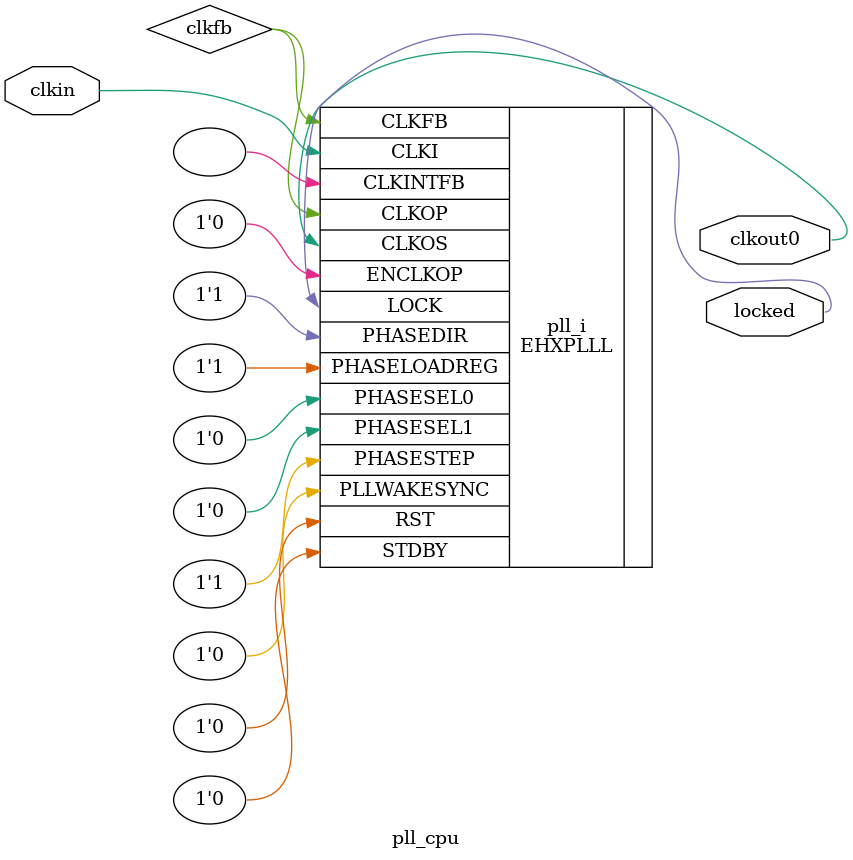
<source format=v>
module pll_cpu
(
    input clkin, // 25 MHz, 0 deg
    output clkout0, // 48 MHz, 0 deg
    output locked
);
wire clkfb;
(* FREQUENCY_PIN_CLKI="25" *)
(* FREQUENCY_PIN_CLKOS="48" *)
(* ICP_CURRENT="12" *) (* LPF_RESISTOR="8" *) (* MFG_ENABLE_FILTEROPAMP="1" *) (* MFG_GMCREF_SEL="2" *)
EHXPLLL #(
        .PLLRST_ENA("DISABLED"),
        .INTFB_WAKE("DISABLED"),
        .STDBY_ENABLE("DISABLED"),
        .DPHASE_SOURCE("DISABLED"),
        .OUTDIVIDER_MUXA("DIVA"),
        .OUTDIVIDER_MUXB("DIVB"),
        .OUTDIVIDER_MUXC("DIVC"),
        .OUTDIVIDER_MUXD("DIVD"),
        .CLKI_DIV(5),
        .CLKOP_ENABLE("ENABLED"),
        .CLKOP_DIV(48),
        .CLKOP_CPHASE(9),
        .CLKOP_FPHASE(0),
        .CLKOS_ENABLE("ENABLED"),
        .CLKOS_DIV(10),
        .CLKOS_CPHASE(0),
        .CLKOS_FPHASE(0),
        .FEEDBK_PATH("CLKOP"),
        .CLKFB_DIV(2)
    ) pll_i (
        .RST(1'b0),
        .STDBY(1'b0),
        .CLKI(clkin),
        .CLKOP(clkfb),
        .CLKOS(clkout0),
        .CLKFB(clkfb),
        .CLKINTFB(),
        .PHASESEL0(1'b0),
        .PHASESEL1(1'b0),
        .PHASEDIR(1'b1),
        .PHASESTEP(1'b1),
        .PHASELOADREG(1'b1),
        .PLLWAKESYNC(1'b0),
        .ENCLKOP(1'b0),
        .LOCK(locked)
	);
endmodule

</source>
